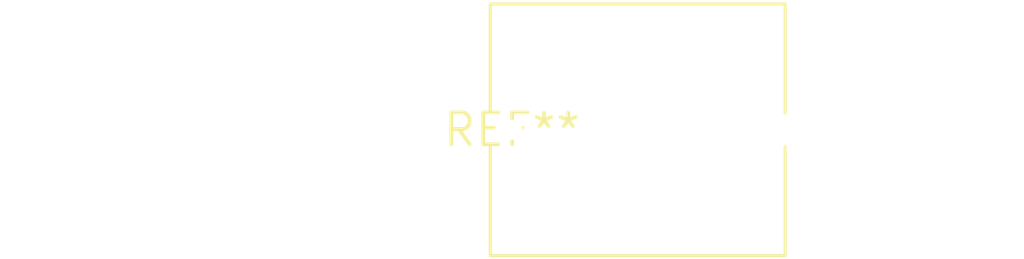
<source format=kicad_pcb>
(kicad_pcb (version 20240108) (generator pcbnew)
  (layers (0 "F.Cu" signal) (31 "B.Cu" signal) (34 "B.Paste" user) (35 "F.Paste" user) (36 "B.SilkS" user "B.Silkscreen") (37 "F.SilkS" user "F.Silkscreen") (38 "B.Mask" user) (39 "F.Mask" user) (44 "Edge.Cuts" user))
  (net 0 "")
  (footprint "C_Rect_L11.5mm_W9.8mm_P10.00mm_MKT" (layer "F.Cu") (at 0 0)
    (property "Reference" "REF**")
    (property "Value" "C_Rect_L11.5mm_W9.8mm_P10.00mm_MKT")
    (fp_line (start -0.87 -5.02) (end -0.87 -0.665) (layer "F.SilkS") (stroke (width 0.12)))
    (fp_line (start -0.87 -5.02) (end 10.87 -5.02) (layer "F.SilkS") (stroke (width 0.12)))
    (fp_line (start -0.87 0.665) (end -0.87 5.02) (layer "F.SilkS") (stroke (width 0.12)))
    (fp_line (start -0.87 5.02) (end 10.87 5.02) (layer "F.SilkS") (stroke (width 0.12)))
    (fp_line (start 10.87 -5.02) (end 10.87 -0.665) (layer "F.SilkS") (stroke (width 0.12)))
    (fp_line (start 10.87 0.665) (end 10.87 5.02) (layer "F.SilkS") (stroke (width 0.12)))
    (pad "1" thru_hole circle (at 0 0) (size 1.6 1.6) (drill 0.8) (layers *.Cu *.Mask) (remove_unused_layers))
    (pad "2" thru_hole circle (at 10 0) (size 1.6 1.6) (drill 0.8) (layers *.Cu *.Mask) (remove_unused_layers))
  )
)
</source>
